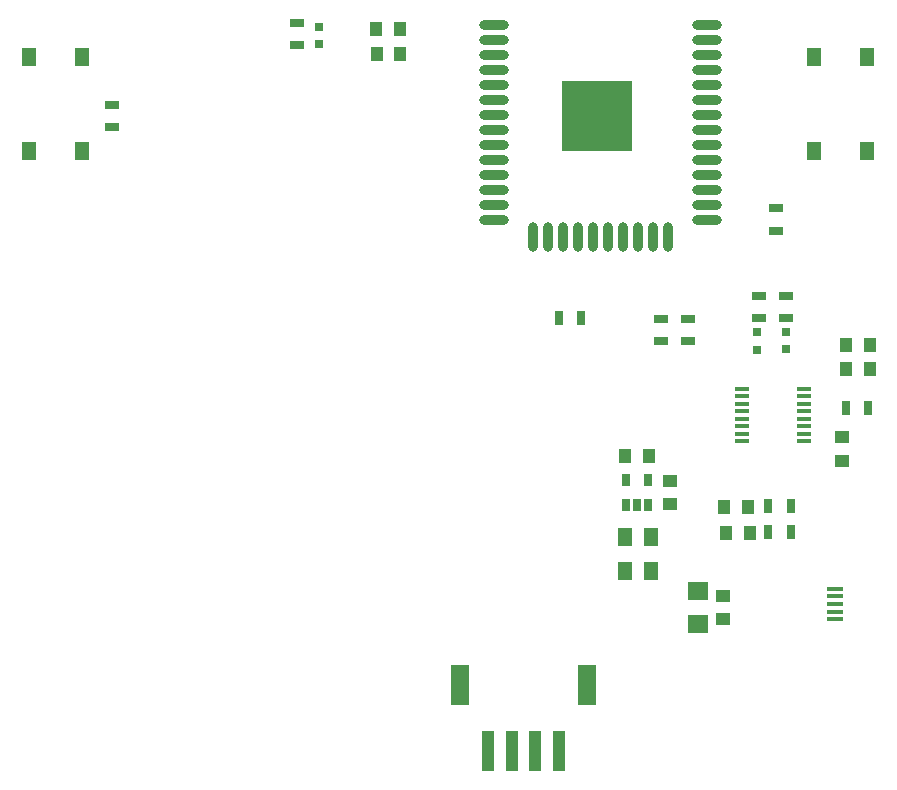
<source format=gbr>
G04 #@! TF.FileFunction,Paste,Top*
%FSLAX46Y46*%
G04 Gerber Fmt 4.6, Leading zero omitted, Abs format (unit mm)*
G04 Created by KiCad (PCBNEW 4.0.7) date 02/28/18 12:52:47*
%MOMM*%
%LPD*%
G01*
G04 APERTURE LIST*
%ADD10C,0.100000*%
%ADD11R,1.000000X1.250000*%
%ADD12R,0.797560X0.797560*%
%ADD13R,1.803400X1.600200*%
%ADD14R,1.000000X3.500000*%
%ADD15R,1.600000X3.400000*%
%ADD16R,1.350000X0.400000*%
%ADD17R,1.300000X1.550000*%
%ADD18R,0.650000X1.060000*%
%ADD19R,1.200000X0.400000*%
%ADD20O,2.500000X0.900000*%
%ADD21O,0.900000X2.500000*%
%ADD22R,6.000000X6.000000*%
%ADD23R,1.250000X1.000000*%
%ADD24R,0.700000X1.300000*%
%ADD25R,1.300000X0.700000*%
%ADD26R,1.200000X1.500000*%
G04 APERTURE END LIST*
D10*
D11*
X170000000Y-133400000D03*
X168000000Y-133400000D03*
X130210000Y-106630000D03*
X128210000Y-106630000D03*
D12*
X123380000Y-106410000D03*
X123380000Y-107908600D03*
X162910000Y-132240700D03*
X162910000Y-133739300D03*
X160430000Y-132270700D03*
X160430000Y-133769300D03*
D13*
X155460000Y-154203000D03*
X155460000Y-156997000D03*
D14*
X143670000Y-167705000D03*
X141670000Y-167705000D03*
X139670000Y-167705000D03*
X137670000Y-167705000D03*
D15*
X146070000Y-162155000D03*
X135270000Y-162155000D03*
D16*
X167037460Y-156600900D03*
X167037460Y-155950900D03*
X167037460Y-155300900D03*
X167037460Y-154650900D03*
X167037460Y-154000900D03*
D17*
X165290000Y-116975000D03*
X169790000Y-116975000D03*
X169790000Y-109025000D03*
X165290000Y-109025000D03*
X98810000Y-116975000D03*
X103310000Y-116975000D03*
X103310000Y-109025000D03*
X98810000Y-109025000D03*
D18*
X149320000Y-146960000D03*
X150270000Y-146960000D03*
X151220000Y-146960000D03*
X151220000Y-144760000D03*
X149320000Y-144760000D03*
D19*
X159200000Y-137077500D03*
X159200000Y-137712500D03*
X159200000Y-138347500D03*
X159200000Y-138982500D03*
X159200000Y-139617500D03*
X159200000Y-140252500D03*
X159200000Y-140887500D03*
X159200000Y-141522500D03*
X164400000Y-141522500D03*
X164400000Y-140887500D03*
X164400000Y-140252500D03*
X164400000Y-139617500D03*
X164400000Y-138982500D03*
X164400000Y-138347500D03*
X164400000Y-137712500D03*
X164400000Y-137077500D03*
D20*
X156217434Y-106262662D03*
X156217434Y-107532662D03*
X156217434Y-108802662D03*
X156217434Y-110072662D03*
X156217434Y-111342662D03*
X156217434Y-112612662D03*
X156217434Y-113882662D03*
X156217434Y-115152662D03*
X156217434Y-116422662D03*
X156217434Y-117692662D03*
X156217434Y-118962662D03*
X156217434Y-120232662D03*
X156217434Y-121502662D03*
X156217434Y-122772662D03*
D21*
X152932434Y-124262662D03*
X151662434Y-124262662D03*
X150392434Y-124262662D03*
X149122434Y-124262662D03*
X147852434Y-124262662D03*
X146582434Y-124262662D03*
X145312434Y-124262662D03*
X144042434Y-124262662D03*
X142772434Y-124262662D03*
X141502434Y-124262662D03*
D20*
X138217434Y-122772662D03*
X138217434Y-121502662D03*
X138217434Y-120232662D03*
X138217434Y-118962662D03*
X138217434Y-117692662D03*
X138217434Y-116422662D03*
X138217434Y-115152662D03*
X138217434Y-113882662D03*
X138217434Y-112612662D03*
X138217434Y-111342662D03*
X138217434Y-110072662D03*
X138217434Y-108802662D03*
X138217434Y-107532662D03*
X138217434Y-106262662D03*
D22*
X146917434Y-113962662D03*
D23*
X157560000Y-154600000D03*
X157560000Y-156600000D03*
X153070000Y-146860000D03*
X153070000Y-144860000D03*
D11*
X149270000Y-142760000D03*
X151270000Y-142760000D03*
X157820000Y-149330000D03*
X159820000Y-149330000D03*
X157670000Y-147050000D03*
X159670000Y-147050000D03*
D23*
X167600000Y-143200000D03*
X167600000Y-141200000D03*
D11*
X170000000Y-135400000D03*
X168000000Y-135400000D03*
X130240000Y-108770000D03*
X128240000Y-108770000D03*
D24*
X143680000Y-131120000D03*
X145580000Y-131120000D03*
D25*
X121500000Y-106080000D03*
X121500000Y-107980000D03*
X105840000Y-113040000D03*
X105840000Y-114940000D03*
X162030000Y-123690000D03*
X162030000Y-121790000D03*
X154600000Y-131160000D03*
X154600000Y-133060000D03*
X152300000Y-131150000D03*
X152300000Y-133050000D03*
D24*
X163280000Y-149190000D03*
X161380000Y-149190000D03*
X163300000Y-147010000D03*
X161400000Y-147010000D03*
D25*
X162870000Y-129200000D03*
X162870000Y-131100000D03*
X160580000Y-129200000D03*
X160580000Y-131100000D03*
D26*
X151470000Y-152510000D03*
X151470000Y-149610000D03*
X149270000Y-152510000D03*
X149270000Y-149610000D03*
D24*
X167950000Y-138700000D03*
X169850000Y-138700000D03*
M02*

</source>
